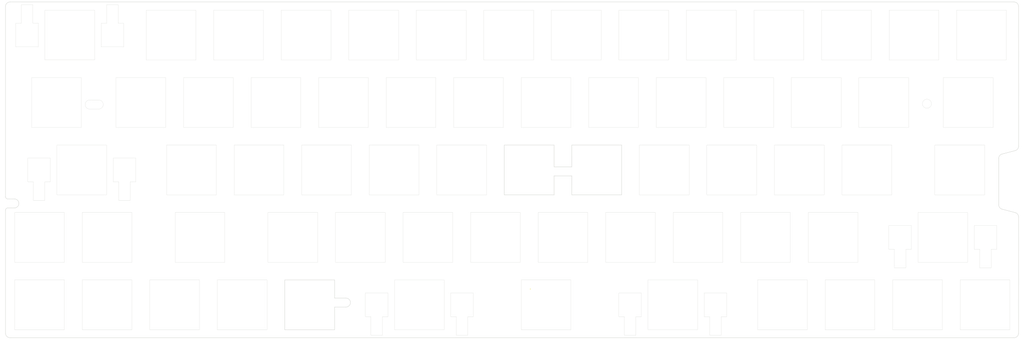
<source format=kicad_pcb>
(kicad_pcb (version 20240108) (generator "pcbnew") (generator_version "8.0")
  (title_block (title "Order66") (date "2023-12-29") (rev "1.0") (company "Toms"))
  (layers (0 "F.Cu" signal) (31 "B.Cu" signal) (34 "B.Paste" user) (35 "F.Paste" user) (36 "B.SilkS" user "B.Silkscreen") (37 "F.SilkS" user "F.Silkscreen") (38 "B.Mask" user) (39 "F.Mask" user) (44 "Edge.Cuts" user))
  (net 0 "")
  (footprint "plate:PKRH" (layer "F.Cu") (at 89.95 124.65)
    (property "Reference" "HOLE" (hide yes))
    (property "Value" "VAL**" (hide yes))
    (fp_line (start -1.27 1.27) (end 1.27 1.27) (stroke (width 0.05)) (layer "Edge.Cuts"))
    (fp_line (start 1.27 -1.27) (end -1.27 -1.27) (stroke (width 0.05)) (layer "Edge.Cuts"))
    (fp_arc (start -1.27 1.27) (mid -2.54 0) (end -1.27 -1.27) (stroke (width 0.05)) (layer "Edge.Cuts"))
    (fp_arc (start 1.27 -1.27) (mid 2.54 0) (end 1.27 1.27) (stroke (width 0.05)) (layer "Edge.Cuts"))
  )
  (footprint "plate:PKRHC" (layer "F.Cu") (at 324.23 124.4262)
    (property "Reference" "HOLE" (hide yes))
    (property "Value" "VAL**" (hide yes))
    (fp_circle (center 0 0) (end 0 -1.27) (stroke (width 0.05)) (fill none) (layer "Edge.Cuts"))
  )
  (footprint "kailh_choc:Kailh_Choc_2u_Stabilizer_Cutout" (layer "F.Cu") (at 328.705 162.0862 180)
    (property "Reference" "REF**" (hide yes))
    (property "Value" "Stabilizer 2U")
    (fp_line (start 15.175 -3.325) (end 15.175 3.325) (stroke (width 0.05)) (layer "Edge.Cuts"))
    (fp_line (start 15.175 -3.325) (end 13.625 -3.325) (stroke (width 0.05)) (layer "Edge.Cuts"))
    (fp_line (start 13.625 -8.55) (end 13.625 -3.325) (stroke (width 0.05)) (layer "Edge.Cuts"))
    (fp_line (start 10.375 -8.55) (end 13.625 -8.55) (stroke (width 0.05)) (layer "Edge.Cuts"))
    (fp_line (start 10.375 -8.55) (end 10.375 -3.325) (stroke (width 0.05)) (layer "Edge.Cuts"))
    (fp_line (start 8.825 3.325) (end 15.175 3.325) (stroke (width 0.05)) (layer "Edge.Cuts"))
    (fp_line (start 8.825 -3.325) (end 10.375 -3.325) (stroke (width 0.05)) (layer "Edge.Cuts"))
    (fp_line (start 8.825 -3.325) (end 8.825 3.325) (stroke (width 0.05)) (layer "Edge.Cuts"))
    (fp_line (start 6.985 -6.985) (end 6.985 6.985) (stroke (width 0.05)) (layer "Edge.Cuts"))
    (fp_line (start -6.985 6.985) (end 6.985 6.985) (stroke (width 0.05)) (layer "Edge.Cuts"))
    (fp_line (start -6.985 -6.985) (end 6.985 -6.985) (stroke (width 0.05)) (layer "Edge.Cuts"))
    (fp_line (start -6.985 -6.985) (end -6.985 6.985) (stroke (width 0.05)) (layer "Edge.Cuts"))
    (fp_line (start -8.825 -3.325) (end -8.825 3.325) (stroke (width 0.05)) (layer "Edge.Cuts"))
    (fp_line (start -8.825 -3.325) (end -10.375 -3.325) (stroke (width 0.05)) (layer "Edge.Cuts"))
    (fp_line (start -10.375 -8.55) (end -10.375 -3.325) (stroke (width 0.05)) (layer "Edge.Cuts"))
    (fp_line (start -13.625 -8.55) (end -10.375 -8.55) (stroke (width 0.05)) (layer "Edge.Cuts"))
    (fp_line (start -13.625 -8.55) (end -13.625 -3.325) (stroke (width 0.05)) (layer "Edge.Cuts"))
    (fp_line (start -15.175 3.325) (end -8.825 3.325) (stroke (width 0.05)) (layer "Edge.Cuts"))
    (fp_line (start -15.175 -3.325) (end -13.625 -3.325) (stroke (width 0.05)) (layer "Edge.Cuts"))
    (fp_line (start -15.175 -3.325) (end -15.175 3.325) (stroke (width 0.05)) (layer "Edge.Cuts"))
  )
  (footprint "kailh_choc:Kailh_Choc_2u_Stabilizer_Cutout" (layer "F.Cu") (at 86.455 143.0862 180)
    (property "Reference" "REF**" (hide yes))
    (property "Value" "Stabilizer 2U")
    (fp_line (start 15.175 -3.325) (end 15.175 3.325) (stroke (width 0.05)) (layer "Edge.Cuts"))
    (fp_line (start 15.175 -3.325) (end 13.625 -3.325) (stroke (width 0.05)) (layer "Edge.Cuts"))
    (fp_line (start 13.625 -8.55) (end 13.625 -3.325) (stroke (width 0.05)) (layer "Edge.Cuts"))
    (fp_line (start 10.375 -8.55) (end 13.625 -8.55) (stroke (width 0.05)) (layer "Edge.Cuts"))
    (fp_line (start 10.375 -8.55) (end 10.375 -3.325) (stroke (width 0.05)) (layer "Edge.Cuts"))
    (fp_line (start 8.825 3.325) (end 15.175 3.325) (stroke (width 0.05)) (layer "Edge.Cuts"))
    (fp_line (start 8.825 -3.325) (end 10.375 -3.325) (stroke (width 0.05)) (layer "Edge.Cuts"))
    (fp_line (start 8.825 -3.325) (end 8.825 3.325) (stroke (width 0.05)) (layer "Edge.Cuts"))
    (fp_line (start 6.985 -6.985) (end 6.985 6.985) (stroke (width 0.05)) (layer "Edge.Cuts"))
    (fp_line (start -6.985 6.985) (end 6.985 6.985) (stroke (width 0.05)) (layer "Edge.Cuts"))
    (fp_line (start -6.985 -6.985) (end 6.985 -6.985) (stroke (width 0.05)) (layer "Edge.Cuts"))
    (fp_line (start -6.985 -6.985) (end -6.985 6.985) (stroke (width 0.05)) (layer "Edge.Cuts"))
    (fp_line (start -8.825 -3.325) (end -8.825 3.325) (stroke (width 0.05)) (layer "Edge.Cuts"))
    (fp_line (start -8.825 -3.325) (end -10.375 -3.325) (stroke (width 0.05)) (layer "Edge.Cuts"))
    (fp_line (start -10.375 -8.55) (end -10.375 -3.325) (stroke (width 0.05)) (layer "Edge.Cuts"))
    (fp_line (start -13.625 -8.55) (end -10.375 -8.55) (stroke (width 0.05)) (layer "Edge.Cuts"))
    (fp_line (start -13.625 -8.55) (end -13.625 -3.325) (stroke (width 0.05)) (layer "Edge.Cuts"))
    (fp_line (start -15.175 3.325) (end -8.825 3.325) (stroke (width 0.05)) (layer "Edge.Cuts"))
    (fp_line (start -15.175 -3.325) (end -13.625 -3.325) (stroke (width 0.05)) (layer "Edge.Cuts"))
    (fp_line (start -15.175 -3.325) (end -15.175 3.325) (stroke (width 0.05)) (layer "Edge.Cuts"))
  )
  (footprint "kailh_choc:Kailh_Choc_2u_Stabilizer_Cutout" (layer "F.Cu") (at 252.73 181.0862 180)
    (property "Reference" "REF**" (hide yes))
    (property "Value" "Stabilizer 2U")
    (fp_line (start 15.175 -3.325) (end 15.175 3.325) (stroke (width 0.05)) (layer "Edge.Cuts"))
    (fp_line (start 15.175 -3.325) (end 13.625 -3.325) (stroke (width 0.05)) (layer "Edge.Cuts"))
    (fp_line (start 13.625 -8.55) (end 13.625 -3.325) (stroke (width 0.05)) (layer "Edge.Cuts"))
    (fp_line (start 10.375 -8.55) (end 13.625 -8.55) (stroke (width 0.05)) (layer "Edge.Cuts"))
    (fp_line (start 10.375 -8.55) (end 10.375 -3.325) (stroke (width 0.05)) (layer "Edge.Cuts"))
    (fp_line (start 8.825 3.325) (end 15.175 3.325) (stroke (width 0.05)) (layer "Edge.Cuts"))
    (fp_line (start 8.825 -3.325) (end 10.375 -3.325) (stroke (width 0.05)) (layer "Edge.Cuts"))
    (fp_line (start 8.825 -3.325) (end 8.825 3.325) (stroke (width 0.05)) (layer "Edge.Cuts"))
    (fp_line (start 6.985 -6.985) (end 6.985 6.985) (stroke (width 0.05)) (layer "Edge.Cuts"))
    (fp_line (start -6.985 6.985) (end 6.985 6.985) (stroke (width 0.05)) (layer "Edge.Cuts"))
    (fp_line (start -6.985 -6.985) (end 6.985 -6.985) (stroke (width 0.05)) (layer "Edge.Cuts"))
    (fp_line (start -6.985 -6.985) (end -6.985 6.985) (stroke (width 0.05)) (layer "Edge.Cuts"))
    (fp_line (start -8.825 -3.325) (end -8.825 3.325) (stroke (width 0.05)) (layer "Edge.Cuts"))
    (fp_line (start -8.825 -3.325) (end -10.375 -3.325) (stroke (width 0.05)) (layer "Edge.Cuts"))
    (fp_line (start -10.375 -8.55) (end -10.375 -3.325) (stroke (width 0.05)) (layer "Edge.Cuts"))
    (fp_line (start -13.625 -8.55) (end -10.375 -8.55) (stroke (width 0.05)) (layer "Edge.Cuts"))
    (fp_line (start -13.625 -8.55) (end -13.625 -3.325) (stroke (width 0.05)) (layer "Edge.Cuts"))
    (fp_line (start -15.175 3.325) (end -8.825 3.325) (stroke (width 0.05)) (layer "Edge.Cuts"))
    (fp_line (start -15.175 -3.325) (end -13.625 -3.325) (stroke (width 0.05)) (layer "Edge.Cuts"))
    (fp_line (start -15.175 -3.325) (end -15.175 3.325) (stroke (width 0.05)) (layer "Edge.Cuts"))
  )
  (footprint "kailh_choc:Kailh_Choc_2u_Stabilizer_Cutout" (layer "F.Cu") (at 83.08 105.0862)
    (property "Reference" "REF**" (hide yes))
    (property "Value" "Stabilizer 2U")
    (fp_line (start -15.175 -3.325) (end -15.175 3.325) (stroke (width 0.05)) (layer "Edge.Cuts"))
    (fp_line (start -15.175 -3.325) (end -13.625 -3.325) (stroke (width 0.05)) (layer "Edge.Cuts"))
    (fp_line (start -15.175 3.325) (end -8.825 3.325) (stroke (width 0.05)) (layer "Edge.Cuts"))
    (fp_line (start -13.625 -8.55) (end -13.625 -3.325) (stroke (width 0.05)) (layer "Edge.Cuts"))
    (fp_line (start -13.625 -8.55) (end -10.375 -8.55) (stroke (width 0.05)) (layer "Edge.Cuts"))
    (fp_line (start -10.375 -8.55) (end -10.375 -3.325) (stroke (width 0.05)) (layer "Edge.Cuts"))
    (fp_line (start -8.825 -3.325) (end -10.375 -3.325) (stroke (width 0.05)) (layer "Edge.Cuts"))
    (fp_line (start -8.825 -3.325) (end -8.825 3.325) (stroke (width 0.05)) (layer "Edge.Cuts"))
    (fp_line (start -6.985 -6.985) (end -6.985 6.985) (stroke (width 0.05)) (layer "Edge.Cuts"))
    (fp_line (start -6.985 -6.985) (end 6.985 -6.985) (stroke (width 0.05)) (layer "Edge.Cuts"))
    (fp_line (start -6.985 6.985) (end 6.985 6.985) (stroke (width 0.05)) (layer "Edge.Cuts"))
    (fp_line (start 6.985 -6.985) (end 6.985 6.985) (stroke (width 0.05)) (layer "Edge.Cuts"))
    (fp_line (start 8.825 -3.325) (end 8.825 3.325) (stroke (width 0.05)) (layer "Edge.Cuts"))
    (fp_line (start 8.825 -3.325) (end 10.375 -3.325) (stroke (width 0.05)) (layer "Edge.Cuts"))
    (fp_line (start 8.825 3.325) (end 15.175 3.325) (stroke (width 0.05)) (layer "Edge.Cuts"))
    (fp_line (start 10.375 -8.55) (end 10.375 -3.325) (stroke (width 0.05)) (layer "Edge.Cuts"))
    (fp_line (start 10.375 -8.55) (end 13.625 -8.55) (stroke (width 0.05)) (layer "Edge.Cuts"))
    (fp_line (start 13.625 -8.55) (end 13.625 -3.325) (stroke (width 0.05)) (layer "Edge.Cuts"))
    (fp_line (start 15.175 -3.325) (end 13.625 -3.325) (stroke (width 0.05)) (layer "Edge.Cuts"))
    (fp_line (start 15.175 -3.325) (end 15.175 3.325) (stroke (width 0.05)) (layer "Edge.Cuts"))
  )
  (footprint "kailh_choc:Kailh_Choc_2u_Stabilizer_Cutout" (layer "F.Cu") (at 181.43 181.0862 180)
    (property "Reference" "REF**" (hide yes))
    (property "Value" "Stabilizer 2U")
    (fp_line (start 15.175 -3.325) (end 15.175 3.325) (stroke (width 0.05)) (layer "Edge.Cuts"))
    (fp_line (start 15.175 -3.325) (end 13.625 -3.325) (stroke (width 0.05)) (layer "Edge.Cuts"))
    (fp_line (start 13.625 -8.55) (end 13.625 -3.325) (stroke (width 0.05)) (layer "Edge.Cuts"))
    (fp_line (start 10.375 -8.55) (end 13.625 -8.55) (stroke (width 0.05)) (layer "Edge.Cuts"))
    (fp_line (start 10.375 -8.55) (end 10.375 -3.325) (stroke (width 0.05)) (layer "Edge.Cuts"))
    (fp_line (start 8.825 3.325) (end 15.175 3.325) (stroke (width 0.05)) (layer "Edge.Cuts"))
    (fp_line (start 8.825 -3.325) (end 10.375 -3.325) (stroke (width 0.05)) (layer "Edge.Cuts"))
    (fp_line (start 8.825 -3.325) (end 8.825 3.325) (stroke (width 0.05)) (layer "Edge.Cuts"))
    (fp_line (start 6.985 -6.985) (end 6.985 6.985) (stroke (width 0.05)) (layer "Edge.Cuts"))
    (fp_line (start -6.985 6.985) (end 6.985 6.985) (stroke (width 0.05)) (layer "Edge.Cuts"))
    (fp_line (start -6.985 -6.985) (end 6.985 -6.985) (stroke (width 0.05)) (layer "Edge.Cuts"))
    (fp_line (start -6.985 -6.985) (end -6.985 6.985) (stroke (width 0.05)) (layer "Edge.Cuts"))
    (fp_line (start -8.825 -3.325) (end -8.825 3.325) (stroke (width 0.05)) (layer "Edge.Cuts"))
    (fp_line (start -8.825 -3.325) (end -10.375 -3.325) (stroke (width 0.05)) (layer "Edge.Cuts"))
    (fp_line (start -10.375 -8.55) (end -10.375 -3.325) (stroke (width 0.05)) (layer "Edge.Cuts"))
    (fp_line (start -13.625 -8.55) (end -10.375 -8.55) (stroke (width 0.05)) (layer "Edge.Cuts"))
    (fp_line (start -13.625 -8.55) (end -13.625 -3.325) (stroke (width 0.05)) (layer "Edge.Cuts"))
    (fp_line (start -15.175 3.325) (end -8.825 3.325) (stroke (width 0.05)) (layer "Edge.Cuts"))
    (fp_line (start -15.175 -3.325) (end -13.625 -3.325) (stroke (width 0.05)) (layer "Edge.Cuts"))
    (fp_line (start -15.175 -3.325) (end -15.175 3.325) (stroke (width 0.05)) (layer "Edge.Cuts"))
  )
  (footprint "plate:CherryMX_Choc_V2_1u" (layer "B.Cu") (at 339.58 105.0862)
    (property "Reference" "SW1" (hide yes))
    (property "Value" "SW_Push" (hide yes))
    (fp_line (start -7 -7) (end 7 -7) (stroke (width 0.05)) (layer "Edge.Cuts"))
    (fp_line (start -7 7) (end -7 -7) (stroke (width 0.05)) (layer "Edge.Cuts"))
    (fp_line (start 7 -7) (end 7 7) (stroke (width 0.05)) (layer "Edge.Cuts"))
    (fp_line (start 7 7) (end -7 7) (stroke (width 0.05)) (layer "Edge.Cuts"))
  )
  (footprint "plate:CherryMX_Choc_V2_1u" (layer "B.Cu") (at 320.58 105.0862 180)
    (property "Reference" "SW2" (hide yes))
    (property "Value" "SW_Push" (hide yes))
    (fp_line (start 7 7) (end -7 7) (stroke (width 0.05)) (layer "Edge.Cuts"))
    (fp_line (start 7 -7) (end 7 7) (stroke (width 0.05)) (layer "Edge.Cuts"))
    (fp_line (start -7 7) (end -7 -7) (stroke (width 0.05)) (layer "Edge.Cuts"))
    (fp_line (start -7 -7) (end 7 -7) (stroke (width 0.05)) (layer "Edge.Cuts"))
  )
  (footprint "plate:CherryMX_Choc_V2_1u" (layer "B.Cu") (at 301.58 105.0862 180)
    (property "Reference" "SW3" (hide yes))
    (property "Value" "SW_Push" (hide yes))
    (fp_line (start 7 7) (end -7 7) (stroke (width 0.05)) (layer "Edge.Cuts"))
    (fp_line (start 7 -7) (end 7 7) (stroke (width 0.05)) (layer "Edge.Cuts"))
    (fp_line (start -7 7) (end -7 -7) (stroke (width 0.05)) (layer "Edge.Cuts"))
    (fp_line (start -7 -7) (end 7 -7) (stroke (width 0.05)) (layer "Edge.Cuts"))
  )
  (footprint "plate:CherryMX_Choc_V2_1u" (layer "B.Cu") (at 282.58 105.0862 180)
    (property "Reference" "SW4" (hide yes))
    (property "Value" "SW_Push" (hide yes))
    (fp_line (start 7 7) (end -7 7) (stroke (width 0.05)) (layer "Edge.Cuts"))
    (fp_line (start 7 -7) (end 7 7) (stroke (width 0.05)) (layer "Edge.Cuts"))
    (fp_line (start -7 7) (end -7 -7) (stroke (width 0.05)) (layer "Edge.Cuts"))
    (fp_line (start -7 -7) (end 7 -7) (stroke (width 0.05)) (layer "Edge.Cuts"))
  )
  (footprint "plate:CherryMX_Choc_V2_1u" (layer "B.Cu") (at 263.58 105.0932 180)
    (property "Reference" "SW5" (hide yes))
    (property "Value" "SW_Push" (hide yes))
    (fp_line (start 7 7) (end -7 7) (stroke (width 0.05)) (layer "Edge.Cuts"))
    (fp_line (start 7 -7) (end 7 7) (stroke (width 0.05)) (layer "Edge.Cuts"))
    (fp_line (start -7 7) (end -7 -7) (stroke (width 0.05)) (layer "Edge.Cuts"))
    (fp_line (start -7 -7) (end 7 -7) (stroke (width 0.05)) (layer "Edge.Cuts"))
  )
  (footprint "plate:CherryMX_Choc_V2_1u" (layer "B.Cu") (at 244.58 105.0862 180)
    (property "Reference" "SW6" (hide yes))
    (property "Value" "SW_Push" (hide yes))
    (fp_line (start 7 7) (end -7 7) (stroke (width 0.05)) (layer "Edge.Cuts"))
    (fp_line (start 7 -7) (end 7 7) (stroke (width 0.05)) (layer "Edge.Cuts"))
    (fp_line (start -7 7) (end -7 -7) (stroke (width 0.05)) (layer "Edge.Cuts"))
    (fp_line (start -7 -7) (end 7 -7) (stroke (width 0.05)) (layer "Edge.Cuts"))
  )
  (footprint "plate:CherryMX_Choc_V2_1u" (layer "B.Cu") (at 225.58 105.0862 180)
    (property "Reference" "SW7" (hide yes))
    (property "Value" "SW_Push" (hide yes))
    (fp_line (start 7 7) (end -7 7) (stroke (width 0.05)) (layer "Edge.Cuts"))
    (fp_line (start 7 -7) (end 7 7) (stroke (width 0.05)) (layer "Edge.Cuts"))
    (fp_line (start -7 7) (end -7 -7) (stroke (width 0.05)) (layer "Edge.Cuts"))
    (fp_line (start -7 -7) (end 7 -7) (stroke (width 0.05)) (layer "Edge.Cuts"))
  )
  (footprint "plate:CherryMX_Choc_V2_1u" (layer "B.Cu") (at 206.58 105.0862 180)
    (property "Reference" "SW8" (hide yes))
    (property "Value" "SW_Push" (hide yes))
    (fp_line (start 7 7) (end -7 7) (stroke (width 0.05)) (layer "Edge.Cuts"))
    (fp_line (start 7 -7) (end 7 7) (stroke (width 0.05)) (layer "Edge.Cuts"))
    (fp_line (start -7 7) (end -7 -7) (stroke (width 0.05)) (layer "Edge.Cuts"))
    (fp_line (start -7 -7) (end 7 -7) (stroke (width 0.05)) (layer "Edge.Cuts"))
  )
  (footprint "plate:CherryMX_Choc_V2_1u" (layer "B.Cu") (at 187.58 105.0862 180)
    (property "Reference" "SW9" (hide yes))
    (property "Value" "SW_Push" (hide yes))
    (fp_line (start 7 7) (end -7 7) (stroke (width 0.05)) (layer "Edge.Cuts"))
    (fp_line (start 7 -7) (end 7 7) (stroke (width 0.05)) (layer "Edge.Cuts"))
    (fp_line (start -7 7) (end -7 -7) (stroke (width 0.05)) (layer "Edge.Cuts"))
    (fp_line (start -7 -7) (end 7 -7) (stroke (width 0.05)) (layer "Edge.Cuts"))
  )
  (footprint "plate:CherryMX_Choc_V2_1u" (layer "B.Cu") (at 168.58 105.0862 180)
    (property "Reference" "SW10" (hide yes))
    (property "Value" "SW_Push" (hide yes))
    (fp_line (start 7 7) (end -7 7) (stroke (width 0.05)) (layer "Edge.Cuts"))
    (fp_line (start 7 -7) (end 7 7) (stroke (width 0.05)) (layer "Edge.Cuts"))
    (fp_line (start -7 7) (end -7 -7) (stroke (width 0.05)) (layer "Edge.Cuts"))
    (fp_line (start -7 -7) (end 7 -7) (stroke (width 0.05)) (layer "Edge.Cuts"))
  )
  (footprint "plate:CherryMX_Choc_V2_1u" (layer "B.Cu") (at 149.58 105.0862 180)
    (property "Reference" "SW11" (hide yes))
    (property "Value" "SW_Push" (hide yes))
    (fp_line (start 7 7) (end -7 7) (stroke (width 0.05)) (layer "Edge.Cuts"))
    (fp_line (start 7 -7) (end 7 7) (stroke (width 0.05)) (layer "Edge.Cuts"))
    (fp_line (start -7 7) (end -7 -7) (stroke (width 0.05)) (layer "Edge.Cuts"))
    (fp_line (start -7 -7) (end 7 -7) (stroke (width 0.05)) (layer "Edge.Cuts"))
  )
  (footprint "plate:CherryMX_Choc_V2_1u" (layer "B.Cu") (at 130.58 105.0862 180)
    (property "Reference" "SW12" (hide yes))
    (property "Value" "SW_Push" (hide yes))
    (fp_line (start 7 7) (end -7 7) (stroke (width 0.05)) (layer "Edge.Cuts"))
    (fp_line (start 7 -7) (end 7 7) (stroke (width 0.05)) (layer "Edge.Cuts"))
    (fp_line (start -7 7) (end -7 -7) (stroke (width 0.05)) (layer "Edge.Cuts"))
    (fp_line (start -7 -7) (end 7 -7) (stroke (width 0.05)) (layer "Edge.Cuts"))
  )
  (footprint "plate:CherryMX_Choc_V2_1u" (layer "B.Cu") (at 111.58 105.0862 180)
    (property "Reference" "SW13" (hide yes))
    (property "Value" "SW_Push" (hide yes))
    (fp_line (start 7 7) (end -7 7) (stroke (width 0.05)) (layer "Edge.Cuts"))
    (fp_line (start 7 -7) (end 7 7) (stroke (width 0.05)) (layer "Edge.Cuts"))
    (fp_line (start -7 7) (end -7 -7) (stroke (width 0.05)) (layer "Edge.Cuts"))
    (fp_line (start -7 -7) (end 7 -7) (stroke (width 0.05)) (layer "Edge.Cuts"))
  )
  (footprint "plate:CherryMX_Choc_V2_1u" (layer "B.Cu") (at 335.83 124.0862 180)
    (property "Reference" "SW15" (hide yes))
    (property "Value" "SW_Push" (hide yes))
    (fp_line (start 7 7) (end -7 7) (stroke (width 0.05)) (layer "Edge.Cuts"))
    (fp_line (start 7 -7) (end 7 7) (stroke (width 0.05)) (layer "Edge.Cuts"))
    (fp_line (start -7 7) (end -7 -7) (stroke (width 0.05)) (layer "Edge.Cuts"))
    (fp_line (start -7 -7) (end 7 -7) (stroke (width 0.05)) (layer "Edge.Cuts"))
  )
  (footprint "plate:CherryMX_Choc_V2_1u" (layer "B.Cu") (at 312.08 124.0862 180)
    (property "Reference" "SW16" (hide yes))
    (property "Value" "SW_Push" (hide yes))
    (fp_line (start 7 7) (end -7 7) (stroke (width 0.05)) (layer "Edge.Cuts"))
    (fp_line (start 7 -7) (end 7 7) (stroke (width 0.05)) (layer "Edge.Cuts"))
    (fp_line (start -7 7) (end -7 -7) (stroke (width 0.05)) (layer "Edge.Cuts"))
    (fp_line (start -7 -7) (end 7 -7) (stroke (width 0.05)) (layer "Edge.Cuts"))
  )
  (footprint "plate:CherryMX_Choc_V2_1u" (layer "B.Cu") (at 293.08 124.0862 180)
    (property "Reference" "SW17" (hide yes))
    (property "Value" "SW_Push" (hide yes))
    (fp_line (start 7 7) (end -7 7) (stroke (width 0.05)) (layer "Edge.Cuts"))
    (fp_line (start 7 -7) (end 7 7) (stroke (width 0.05)) (layer "Edge.Cuts"))
    (fp_line (start -7 7) (end -7 -7) (stroke (width 0.05)) (layer "Edge.Cuts"))
    (fp_line (start -7 -7) (end 7 -7) (stroke (width 0.05)) (layer "Edge.Cuts"))
  )
  (footprint "plate:CherryMX_Choc_V2_1u" (layer "B.Cu") (at 274.08 124.0862 180)
    (property "Reference" "SW18" (hide yes))
    (property "Value" "SW_Push" (hide yes))
    (fp_line (start 7 7) (end -7 7) (stroke (width 0.05)) (layer "Edge.Cuts"))
    (fp_line (start 7 -7) (end 7 7) (stroke (width 0.05)) (layer "Edge.Cuts"))
    (fp_line (start -7 7) (end -7 -7) (stroke (width 0.05)) (layer "Edge.Cuts"))
    (fp_line (start -7 -7) (end 7 -7) (stroke (width 0.05)) (layer "Edge.Cuts"))
  )
  (footprint "plate:CherryMX_Choc_V2_1u" (layer "B.Cu") (at 255.08 124.0862 180)
    (property "Reference" "SW19" (hide yes))
    (property "Value" "SW_Push" (hide yes))
    (fp_line (start 7 7) (end -7 7) (stroke (width 0.05)) (layer "Edge.Cuts"))
    (fp_line (start 7 -7) (end 7 7) (stroke (width 0.05)) (layer "Edge.Cuts"))
    (fp_line (start -7 7) (end -7 -7) (stroke (width 0.05)) (layer "Edge.Cuts"))
    (fp_line (start -7 -7) (end 7 -7) (stroke (width 0.05)) (layer "Edge.Cuts"))
  )
  (footprint "plate:CherryMX_Choc_V2_1u" (layer "B.Cu") (at 236.08 124.0862 180)
    (property "Reference" "SW20" (hide yes))
    (property "Value" "SW_Push" (hide yes))
    (fp_line (start 7 7) (end -7 7) (stroke (width 0.05)) (layer "Edge.Cuts"))
    (fp_line (start 7 -7) (end 7 7) (stroke (width 0.05)) (layer "Edge.Cuts"))
    (fp_line (start -7 7) (end -7 -7) (stroke (width 0.05)) (layer "Edge.Cuts"))
    (fp_line (start -7 -7) (end 7 -7) (stroke (width 0.05)) (layer "Edge.Cuts"))
  )
  (footprint "plate:CherryMX_Choc_V2_1u" (layer "B.Cu") (at 217.08 124.0862 180)
    (property "Reference" "SW21" (hide yes))
    (property "Value" "SW_Push" (hide yes))
    (fp_line (start 7 7) (end -7 7) (stroke (width 0.05)) (layer "Edge.Cuts"))
    (fp_line (start 7 -7) (end 7 7) (stroke (width 0.05)) (layer "Edge.Cuts"))
    (fp_line (start -7 7) (end -7 -7) (stroke (width 0.05)) (layer "Edge.Cuts"))
    (fp_line (start -7 -7) (end 7 -7) (stroke (width 0.05)) (layer "Edge.Cuts"))
  )
  (footprint "plate:CherryMX_Choc_V2_1u" (layer "B.Cu") (at 198.08 124.0862 180)
    (property "Reference" "SW22" (hide yes))
    (property "Value" "SW_Push" (hide yes))
    (fp_line (start 7 7) (end -7 7) (stroke (width 0.05)) (layer "Edge.Cuts"))
    (fp_line (start 7 -7) (end 7 7) (stroke (width 0.05)) (layer "Edge.Cuts"))
    (fp_line (start -7 7) (end -7 -7) (stroke (width 0.05)) (layer "Edge.Cuts"))
    (fp_line (start -7 -7) (end 7 -7) (stroke (width 0.05)) (layer "Edge.Cuts"))
  )
  (footprint "plate:CherryMX_Choc_V2_1u" (layer "B.Cu") (at 179.08 124.0862 180)
    (property "Reference" "SW23" (hide yes))
    (property "Value" "SW_Push" (hide yes))
    (fp_line (start 7 7) (end -7 7) (stroke (width 0.05)) (layer "Edge.Cuts"))
    (fp_line (start 7 -7) (end 7 7) (stroke (width 0.05)) (layer "Edge.Cuts"))
    (fp_line (start -7 7) (end -7 -7) (stroke (width 0.05)) (layer "Edge.Cuts"))
    (fp_line (start -7 -7) (end 7 -7) (stroke (width 0.05)) (layer "Edge.Cuts"))
  )
  (footprint "plate:CherryMX_Choc_V2_1u" (layer "B.Cu") (at 160.08 124.0862 180)
    (property "Reference" "SW24" (hide yes))
    (property "Value" "SW_Push" (hide yes))
    (fp_line (start 7 7) (end -7 7) (stroke (width 0.05)) (layer "Edge.Cuts"))
    (fp_line (start 7 -7) (end 7 7) (stroke (width 0.05)) (layer "Edge.Cuts"))
    (fp_line (start -7 7) (end -7 -7) (stroke (width 0.05)) (layer "Edge.Cuts"))
    (fp_line (start -7 -7) (end 7 -7) (stroke (width 0.05)) (layer "Edge.Cuts"))
  )
  (footprint "plate:CherryMX_Choc_V2_1u" (layer "B.Cu") (at 141.08 124.0862 180)
    (property "Reference" "SW25" (hide yes))
    (property "Value" "SW_Push" (hide yes))
    (fp_line (start 7 7) (end -7 7) (stroke (width 0.05)) (layer "Edge.Cuts"))
    (fp_line (start 7 -7) (end 7 7) (stroke (width 0.05)) (layer "Edge.Cuts"))
    (fp_line (start -7 7) (end -7 -7) (stroke (width 0.05)) (layer "Edge.Cuts"))
    (fp_line (start -7 -7) (end 7 -7) (stroke (width 0.05)) (layer "Edge.Cuts"))
  )
  (footprint "plate:CherryMX_Choc_V2_1u" (layer "B.Cu") (at 122.08 124.0862 180)
    (property "Reference" "SW26" (hide yes))
    (property "Value" "SW_Push" (hide yes))
    (fp_line (start 7 7) (end -7 7) (stroke (width 0.05)) (layer "Edge.Cuts"))
    (fp_line (start 7 -7) (end 7 7) (stroke (width 0.05)) (layer "Edge.Cuts"))
    (fp_line (start -7 7) (end -7 -7) (stroke (width 0.05)) (layer "Edge.Cuts"))
    (fp_line (start -7 -7) (end 7 -7) (stroke (width 0.05)) (layer "Edge.Cuts"))
  )
  (footprint "plate:CherryMX_Choc_V2_1u" (layer "B.Cu") (at 103.08 124.0862 180)
    (property "Reference" "SW27" (hide yes))
    (property "Value" "SW_Push" (hide yes))
    (fp_line (start 7 7) (end -7 7) (stroke (width 0.05)) (layer "Edge.Cuts"))
    (fp_line (start 7 -7) (end 7 7) (stroke (width 0.05)) (layer "Edge.Cuts"))
    (fp_line (start -7 7) (end -7 -7) (stroke (width 0.05)) (layer "Edge.Cuts"))
    (fp_line (start -7 -7) (end 7 -7) (stroke (width 0.05)) (layer "Edge.Cuts"))
  )
  (footprint "plate:CherryMX_Choc_V2_1u" (layer "B.Cu") (at 79.33 124.0862 180)
    (property "Reference" "SW28" (hide yes))
    (property "Value" "SW_Push" (hide yes))
    (fp_line (start 7 7) (end -7 7) (stroke (width 0.05)) (layer "Edge.Cuts"))
    (fp_line (start 7 -7) (end 7 7) (stroke (width 0.05)) (layer "Edge.Cuts"))
    (fp_line (start -7 7) (end -7 -7) (stroke (width 0.05)) (layer "Edge.Cuts"))
    (fp_line (start -7 -7) (end 7 -7) (stroke (width 0.05)) (layer "Edge.Cuts"))
  )
  (footprint "plate:CherryMX_Choc_V2_1u" (layer "B.Cu") (at 333.455 143.0862 180)
    (property "Reference" "SW29" (hide yes))
    (property "Value" "SW_Push" (hide yes))
    (fp_line (start 7 7) (end -7 7) (stroke (width 0.05)) (layer "Edge.Cuts"))
    (fp_line (start 7 -7) (end 7 7) (stroke (width 0.05)) (layer "Edge.Cuts"))
    (fp_line (start -7 7) (end -7 -7) (stroke (width 0.05)) (layer "Edge.Cuts"))
    (fp_line (start -7 -7) (end 7 -7) (stroke (width 0.05)) (layer "Edge.Cuts"))
  )
  (footprint "plate:CherryMX_Choc_V2_1u" (layer "B.Cu") (at 307.33 143.0862 180)
    (property "Reference" "SW30" (hide yes))
    (property "Value" "SW_Push" (hide yes))
    (fp_line (start 7 7) (end -7 7) (stroke (width 0.05)) (layer "Edge.Cuts"))
    (fp_line (start 7 -7) (end 7 7) (stroke (width 0.05)) (layer "Edge.Cuts"))
    (fp_line (start -7 7) (end -7 -7) (stroke (width 0.05)) (layer "Edge.Cuts"))
    (fp_line (start -7 -7) (end 7 -7) (stroke (width 0.05)) (layer "Edge.Cuts"))
  )
  (footprint "plate:CherryMX_Choc_V2_1u" (layer "B.Cu") (at 288.33 143.0862 180)
    (property "Reference" "SW31" (hide yes))
    (property "Value" "SW_Push" (hide yes))
    (fp_line (start 7 7) (end -7 7) (stroke (width 0.05)) (layer "Edge.Cuts"))
    (fp_line (start 7 -7) (end 7 7) (stroke (width 0.05)) (layer "Edge.Cuts"))
    (fp_line (start -7 7) (end -7 -7) (stroke (width 0.05)) (layer "Edge.Cuts"))
    (fp_line (start -7 -7) (end 7 -7) (stroke (width 0.05)) (layer "Edge.Cuts"))
  )
  (footprint "plate:CherryMX_Choc_V2_1u" (layer "B.Cu") (at 269.33 143.0862 180)
    (property "Reference" "SW32" (hide yes))
    (property "Value" "SW_Push" (hide yes))
    (fp_line (start 7 7) (end -7 7) (stroke (width 0.05)) (layer "Edge.Cuts"))
    (fp_line (start 7 -7) (end 7 7) (stroke (width 0.05)) (layer "Edge.Cuts"))
    (fp_line (start -7 7) (end -7 -7) (stroke (width 0.05)) (layer "Edge.Cuts"))
    (fp_line (start -7 -7) (end 7 -7) (stroke (width 0.05)) (layer "Edge.Cuts"))
  )
  (footprint "plate:CherryMX_Choc_V2_1u" (layer "B.Cu") (at 250.33 143.0862 180)
    (property "Reference" "SW33" (hide yes))
    (property "Value" "SW_Push" (hide yes))
    (fp_line (start 7 7) (end -7 7) (stroke (width 0.05)) (layer "Edge.Cuts"))
    (fp_line (start 7 -7) (end 7 7) (stroke (width 0.05)) (layer "Edge.Cuts"))
    (fp_line (start -7 7) (end -7 -7) (stroke (width 0.05)) (layer "Edge.Cuts"))
    (fp_line (start -7 -7) (end 7 -7) (stroke (width 0.05)) (layer "Edge.Cuts"))
  )
  (footprint "plate:CherryMX_Choc_V2_1u" (layer "B.Cu") (at 193.33 143.0862 180)
    (property "Reference" "SW36" (hide yes))
    (property "Value" "SW_Push" (hide yes))
    (fp_line (start 7 7) (end -7 7) (stroke (width 0.05)) (layer "Edge.Cuts"))
    (fp_line (start 7 -7) (end 7 7) (stroke (width 0.05)) (layer "Edge.Cuts"))
    (fp_line (start -7 7) (end -7 -7) (stroke (width 0.05)) (layer "Edge.Cuts"))
    (fp_line (start -7 -7) (end 7 -7) (stroke (width 0.05)) (layer "Edge.Cuts"))
  )
  (footprint "plate:CherryMX_Choc_V2_1u" (layer "B.Cu") (at 174.33 143.0862 180)
    (property "Reference" "SW37" (hide yes))
    (property "Value" "SW_Push" (hide yes))
    (fp_line (start 7 7) (end -7 7) (stroke (width 0.05)) (layer "Edge.Cuts"))
    (fp_line (start 7 -7) (end 7 7) (stroke (width 0.05)) (layer "Edge.Cuts"))
    (fp_line (start -7 7) (end -7 -7) (stroke (width 0.05)) (layer "Edge.Cuts"))
    (fp_line (start -7 -7) (end 7 -7) (stroke (width 0.05)) (layer "Edge.Cuts"))
  )
  (footprint "plate:CherryMX_Choc_V2_1u" (layer "B.Cu") (at 155.33 143.0862 180)
    (property "Reference" "SW38" (hide yes))
    (property "Value" "SW_Push" (hide yes))
    (fp_line (start 7 7) (end -7 7) (stroke (width 0.05)) (layer "Edge.Cuts"))
    (fp_line (start 7 -7) (end 7 7) (stroke (width 0.05)) (layer "Edge.Cuts"))
    (fp_line (start -7 7) (end -7 -7) (stroke (width 0.05)) (layer "Edge.Cuts"))
    (fp_line (start -7 -7) (end 7 -7) (stroke (width 0.05)) (layer "Edge.Cuts"))
  )
  (footprint "plate:CherryMX_Choc_V2_1u" (layer "B.Cu") (at 136.33 143.0862 180)
    (property "Reference" "SW39" (hide yes))
    (property "Value" "SW_Push" (hide yes))
    (fp_line (start 7 7) (end -7 7) (stroke (width 0.05)) (layer "Edge.Cuts"))
    (fp_line (start 7 -7) (end 7 7) (stroke (width 0.05)) (layer "Edge.Cuts"))
    (fp_line (start -7 7) (end -7 -7) (stroke (width 0.05)) (layer "Edge.Cuts"))
    (fp_line (start -7 -7) (end 7 -7) (stroke (width 0.05)) (layer "Edge.Cuts"))
  )
  (footprint "plate:CherryMX_Choc_V2_1u" (layer "B.Cu") (at 117.33 143.0862 180)
    (property "Reference" "SW40" (hide yes))
    (property "Value" "SW_Push" (hide yes))
    (fp_line (start 7 7) (end -7 7) (stroke (width 0.05)) (layer "Edge.Cuts"))
    (fp_line (start 7 -7) (end 7 7) (stroke (width 0.05)) (layer "Edge.Cuts"))
    (fp_line (start -7 7) (end -7 -7) (stroke (width 0.05)) (layer "Edge.Cuts"))
    (fp_line (start -7 -7) (end 7 -7) (stroke (width 0.05)) (layer "Edge.Cuts"))
  )
  (footprint "plate:CherryMX_Choc_V2_1u" (layer "B.Cu") (at 297.83 162.0862 180)
    (property "Reference" "SW43" (hide yes))
    (property "Value" "SW_Push" (hide yes))
    (fp_line (start 7 7) (end -7 7) (stroke (width 0.05)) (layer "Edge.Cuts"))
    (fp_line (start 7 -7) (end 7 7) (stroke (width 0.05)) (layer "Edge.Cuts"))
    (fp_line (start -7 7) (end -7 -7) (stroke (width 0.05)) (layer "Edge.Cuts"))
    (fp_line (start -7 -7) (end 7 -7) (stroke (width 0.05)) (layer "Edge.Cuts"))
  )
  (footprint "plate:CherryMX_Choc_V2_1u" (layer "B.Cu") (at 278.83 162.0862 180)
    (property "Reference" "SW44" (hide yes))
    (property "Value" "SW_Push" (hide yes))
    (fp_line (start 7 7) (end -7 7) (stroke (width 0.05)) (layer "Edge.Cuts"))
    (fp_line (start 7 -7) (end 7 7) (stroke (width 0.05)) (layer "Edge.Cuts"))
    (fp_line (start -7 7) (end -7 -7) (stroke (width 0.05)) (layer "Edge.Cuts"))
    (fp_line (start -7 -7) (end 7 -7) (stroke (width 0.05)) (layer "Edge.Cuts"))
  )
  (footprint "plate:CherryMX_Choc_V2_1u" (layer "B.Cu") (at 259.83 162.0862 180)
    (property "Reference" "SW45" (hide yes))
    (property "Value" "SW_Push" (hide yes))
    (fp_line (start 7 7) (end -7 7) (stroke (width 0.05)) (layer "Edge.Cuts"))
    (fp_line (start 7 -7) (end 7 7) (stroke (width 0.05)) (layer "Edge.Cuts"))
    (fp_line (start -7 7) (end -7 -7) (stroke (width 0.05)) (layer "Edge.Cuts"))
    (fp_line (start -7 -7) (end 7 -7) (stroke (width 0.05)) (layer "Edge.Cuts"))
  )
  (footprint "plate:CherryMX_Choc_V2_1u" (layer "B.Cu") (at 221.83 162.0862 180)
    (property "Reference" "SW47" (hide yes))
    (property "Value" "SW_Push" (hide yes))
    (fp_line (start 7 7) (end -7 7) (stroke (width 0.05)) (layer "Edge.Cuts"))
    (fp_line (start 7 -7) (end 7 7) (stroke (width 0.05)) (layer "Edge.Cuts"))
    (fp_line (start -7 7) (end -7 -7) (stroke (width 0.05)) (layer "Edge.Cuts"))
    (fp_line (start -7 -7) (end 7 -7) (stroke (width 0.05)) (layer "Edge.Cuts"))
  )
  (footprint "plate:CherryMX_Choc_V2_1u" (layer "B.Cu") (at 202.83 162.0862 180)
    (property "Reference" "SW48" (hide yes))
    (property "Value" "SW_Push" (hide yes))
    (fp_line (start 7 7) (end -7 7) (stroke (width 0.05)) (layer "Edge.Cuts"))
    (fp_line (start 7 -7) (end 7 7) (stroke (width 0.05)) (layer "Edge.Cuts"))
    (fp_line (start -7 7) (end -7 -7) (stroke (width 0.05)) (layer "Edge.Cuts"))
    (fp_line (start -7 -7) (end 7 -7) (stroke (width 0.05)) (layer "Edge.Cuts"))
  )
  (footprint "plate:CherryMX_Choc_V2_1u" (layer "B.Cu") (at 183.83 162.0862 180)
    (property "Reference" "SW49" (hide yes))
    (property "Value" "SW_Push" (hide yes))
    (fp_line (start 7 7) (end -7 7) (stroke (width 0.05)) (layer "Edge.Cuts"))
    (fp_line (start 7 -7) (end 7 7) (stroke (width 0.05)) (layer "Edge.Cuts"))
    (fp_line (start -7 7) (end -7 -7) (stroke (width 0.05)) (layer "Edge.Cuts"))
    (fp_line (start -7 -7) (end 7 -7) (stroke (width 0.05)) (layer "Edge.Cuts"))
  )
  (footprint "plate:CherryMX_Choc_V2_1u" (layer "B.Cu") (at 164.83 162.0862 180)
    (property "Reference" "SW50" (hide yes))
    (property "Value" "SW_Push" (hide yes))
    (fp_line (start 7 7) (end -7 7) (stroke (width 0.05)) (layer "Edge.Cuts"))
    (fp_line (start 7 -7) (end 7 7) (stroke (width 0.05)) (layer "Edge.Cuts"))
    (fp_line (start -7 7) (end -7 -7) (stroke (width 0.05)) (layer "Edge.Cuts"))
    (fp_line (start -7 -7) (end 7 -7) (stroke (width 0.05)) (layer "Edge.Cuts"))
  )
  (footprint "plate:CherryMX_Choc_V2_1u" (layer "B.Cu") (at 145.83 162.0862 180)
    (property "Reference" "SW51" (hide yes))
    (property "Value" "SW_Push" (hide yes))
    (fp_line (start 7 7) (end -7 7) (stroke (width 0.05)) (layer "Edge.Cuts"))
    (fp_line (start 7 -7) (end 7 7) (stroke (width 0.05)) (layer "Edge.Cuts"))
    (fp_line (start -7 7) (end -7 -7) (stroke (width 0.05)) (layer "Edge.Cuts"))
    (fp_line (start -7 -7) (end 7 -7) (stroke (width 0.05)) (layer "Edge.Cuts"))
  )
  (footprint "plate:CherryMX_Choc_V2_1u" (layer "B.Cu") (at 119.705 162.0862 180)
    (property "Reference" "SW52" (hide yes))
    (property "Value" "SW_Push" (hide yes))
    (fp_line (start 7 7) (end -7 7) (stroke (width 0.05)) (layer "Edge.Cuts"))
    (fp_line (start 7 -7) (end 7 7) (stroke (width 0.05)) (layer "Edge.Cuts"))
    (fp_line (start -7 7) (end -7 -7) (stroke (width 0.05)) (layer "Edge.Cuts"))
    (fp_line (start -7 -7) (end 7 -7) (stroke (width 0.05)) (layer "Edge.Cuts"))
  )
  (footprint "plate:CherryMX_Choc_V2_1u" (layer "B.Cu") (at 93.58 162.0862 180)
    (property "Reference" "SW53" (hide yes))
    (property "Value" "SW_Push" (hide yes))
    (fp_line (start 7 7) (end -7 7) (stroke (width 0.05)) (layer "Edge.Cuts"))
    (fp_line (start 7 -7) (end 7 7) (stroke (width 0.05)) (layer "Edge.Cuts"))
    (fp_line (start -7 7) (end -7 -7) (stroke (width 0.05)) (layer "Edge.Cuts"))
    (fp_line (start -7 -7) (end 7 -7) (stroke (width 0.05)) (layer "Edge.Cuts"))
  )
  (footprint "plate:CherryMX_Choc_V2_1u" (layer "B.Cu") (at 74.58 162.0862 180)
    (property "Reference" "SW54" (hide yes))
    (property "Value" "SW_Push" (hide yes))
    (fp_line (start 7 7) (end -7 7) (stroke (width 0.05)) (layer "Edge.Cuts"))
    (fp_line (start 7 -7) (end 7 7) (stroke (width 0.05)) (layer "Edge.Cuts"))
    (fp_line (start -7 7) (end -7 -7) (stroke (width 0.05)) (layer "Edge.Cuts"))
    (fp_line (start -7 -7) (end 7 -7) (stroke (width 0.05)) (layer "Edge.Cuts"))
  )
  (footprint "plate:CherryMX_Choc_V2_1u" (layer "B.Cu") (at 340.58 181.0862 180)
    (property "Reference" "SW55" (hide yes))
    (property "Value" "SW_Push" (hide yes))
    (fp_line (start 7 7) (end -7 7) (stroke (width 0.05)) (layer "Edge.Cuts"))
    (fp_line (start 7 -7) (end 7 7) (stroke (width 0.05)) (layer "Edge.Cuts"))
    (fp_line (start -7 7) (end -7 -7) (stroke (width 0.05)) (layer "Edge.Cuts"))
    (fp_line (start -7 -7) (end 7 -7) (stroke (width 0.05)) (layer "Edge.Cuts"))
  )
  (footprint "plate:CherryMX_Choc_V2_1u" (layer "B.Cu") (at 321.58 181.0862 180)
    (property "Reference" "SW56" (hide yes))
    (property "Value" "SW_Push" (hide yes))
    (fp_line (start 7 7) (end -7 7) (stroke (width 0.05)) (layer "Edge.Cuts"))
    (fp_line (start 7 -7) (end 7 7) (stroke (width 0.05)) (layer "Edge.Cuts"))
    (fp_line (start -7 7) (end -7 -7) (stroke (width 0.05)) (layer "Edge.Cuts"))
    (fp_line (start -7 -7) (end 7 -7) (stroke (width 0.05)) (layer "Edge.Cuts"))
  )
  (footprint "plate:CherryMX_Choc_V2_1u" (layer "B.Cu") (at 302.58 181.0862 180)
    (property "Reference" "SW57" (hide yes))
    (property "Value" "SW_Push" (hide yes))
    (fp_line (start 7 7) (end -7 7) (stroke (width 0.05)) (layer "Edge.Cuts"))
    (fp_line (start 7 -7) (end 7 7) (stroke (width 0.05)) (layer "Edge.Cuts"))
    (fp_line (start -7 7) (end -7 -7) (stroke (width 0.05)) (layer "Edge.Cuts"))
    (fp_line (start -7 -7) (end 7 -7) (stroke (width 0.05)) (layer "Edge.Cuts"))
  )
  (footprint "plate:CherryMX_Choc_V2_1u" (layer "B.Cu") (at 283.58 181.0862 180)
    (property "Reference" "SW58" (hide yes))
    (property "Value" "SW_Push" (hide yes))
    (fp_line (start 7 7) (end -7 7) (stroke (width 0.05)) (layer "Edge.Cuts"))
    (fp_line (start 7 -7) (end 7 7) (stroke (width 0.05)) (layer "Edge.Cuts"))
    (fp_line (start -7 7) (end -7 -7) (stroke (width 0.05)) (layer "Edge.Cuts"))
    (fp_line (start -7 -7) (end 7 -7) (stroke (width 0.05)) (layer "Edge.Cuts"))
  )
  (footprint "plate:CherryMX_Choc_V2_1u" (layer "B.Cu") (at 217.08 181.0862 180)
    (property "Reference" "SW60" (hide yes))
    (property "Value" "SW_Push" (hide yes))
    (fp_line (start 7 7) (end -7 7) (stroke (width 0.05)) (layer "Edge.Cuts"))
    (fp_line (start 7 -7) (end 7 7) (stroke (width 0.05)) (layer "Edge.Cuts"))
    (fp_line (start -7 7) (end -7 -7) (stroke (width 0.05)) (layer "Edge.Cuts"))
    (fp_line (start -7 -7) (end 7 -7) (stroke (width 0.05)) (layer "Edge.Cuts"))
  )
  (footprint "plate:CherryMX_Choc_V2_1u" (layer "B.Cu") (at 131.58 181.0862 180)
    (property "Reference" "SW63" (hide yes))
    (property "Value" "SW_Push" (hide yes))
    (fp_line (start 7 7) (end -7 7) (stroke (width 0.05)) (layer "Edge.Cuts"))
    (fp_line (start 7 -7) (end 7 7) (stroke (width 0.05)) (layer "Edge.Cuts"))
    (fp_line (start -7 7) (end -7 -7) (stroke (width 0.05)) (layer "Edge.Cuts"))
    (fp_line (start -7 -7) (end 7 -7) (stroke (width 0.05)) (layer "Edge.Cuts"))
  )
  (footprint "plate:CherryMX_Choc_V2_1u" (layer "B.Cu") (at 112.58 181.0862 180)
    (property "Reference" "SW64" (hide yes))
    (property "Value" "SW_Push" (hide yes))
    (fp_line (start 7 7) (end -7 7) (stroke (width 0.05)) (layer "Edge.Cuts"))
    (fp_line (start 7 -7) (end 7 7) (stroke (width 0.05)) (layer "Edge.Cuts"))
    (fp_line (start -7 7) (end -7 -7) (stroke (width 0.05)) (layer "Edge.Cuts"))
    (fp_line (start -7 -7) (end 7 -7) (stroke (width 0.05)) (layer "Edge.Cuts"))
  )
  (footprint "plate:CherryMX_Choc_V2_1u" (layer "B.Cu") (at 93.58 181.0862 180)
    (property "Reference" "SW65" (hide yes))
    (property "Value" "SW_Push" (hide yes))
    (fp_line (start 7 7) (end -7 7) (stroke (width 0.05)) (layer "Edge.Cuts"))
    (fp_line (start 7 -7) (end 7 7) (stroke (width 0.05)) (layer "Edge.Cuts"))
    (fp_line (start -7 7) (end -7 -7) (stroke (width 0.05)) (layer "Edge.Cuts"))
    (fp_line (start -7 -7) (end 7 -7) (stroke (width 0.05)) (layer "Edge.Cuts"))
  )
  (footprint "plate:CherryMX_Choc_V2_1u" (layer "B.Cu") (at 74.58 181.0862 180)
    (property "Reference" "SW66" (hide yes))
    (property "Value" "SW_Push" (hide yes))
    (fp_line (start 7 7) (end -7 7) (stroke (width 0.05)) (layer "Edge.Cuts"))
    (fp_line (start 7 -7) (end 7 7) (stroke (width 0.05)) (layer "Edge.Cuts"))
    (fp_line (start -7 7) (end -7 -7) (stroke (width 0.05)) (layer "Edge.Cuts"))
    (fp_line (start -7 -7) (end 7 -7) (stroke (width 0.05)) (layer "Edge.Cuts"))
  )
  (footprint "plate:CherryMX_Choc_V2_1u" (layer "B.Cu") (at 240.83 162.0862 180)
    (property "Reference" "SW46" (hide yes))
    (property "Value" "SW_Push" (hide yes))
    (fp_line (start 7 7) (end -7 7) (stroke (width 0.05)) (layer "Edge.Cuts"))
    (fp_line (start 7 -7) (end 7 7) (stroke (width 0.05)) (layer "Edge.Cuts"))
    (fp_line (start -7 7) (end -7 -7) (stroke (width 0.05)) (layer "Edge.Cuts"))
    (fp_line (start -7 -7) (end 7 -7) (stroke (width 0.05)) (layer "Edge.Cuts"))
  )
  (gr_line (start 65 154.424999) (end 65 189.08) (stroke (width 0.1)) (layer "Edge.Cuts"))
  (gr_line (start 350.009087 156.329204) (end 349.999812 189.079812) (stroke (width 0.1)) (layer "Edge.Cuts"))
  (gr_line (start 157.58 188.0862) (end 157.5816 181.72) (stroke (width 0.1)) (layer "Edge.Cuts"))
  (gr_line (start 219.33 150.0862) (end 219.329 144.7462) (stroke (width 0.1)) (layer "Edge.Cuts"))
  (gr_line (start 348.729812 190.35) (end 66.27 190.35) (stroke (width 0.1)) (layer "Edge.Cuts"))
  (gr_arc (start 344.426912 139.823102) (mid 344.678001 139.065001) (end 345.33198 138.606663) (stroke (width 0.1)) (layer "Edge.Cuts"))
  (gr_line (start 205.33 136.0862) (end 205.33 150.0862) (stroke (width 0.1)) (layer "Edge.Cuts"))
  (gr_arc (start 349.999812 189.079812) (mid 349.627905 189.977963) (end 348.729812 190.35) (stroke (width 0.1)) (layer "Edge.Cuts"))
  (gr_arc (start 160.77 179.18) (mid 162.04 180.45) (end 160.77 181.72) (stroke (width 0.1)) (layer "Edge.Cuts"))
  (gr_arc (start 349.104019 155.112765) (mid 349.758 155.571101) (end 350.009087 156.329204) (stroke (width 0.1)) (layer "Edge.Cuts"))
  (gr_line (start 67.489201 151.25) (end 65.635 151.249999) (stroke (width 0.1)) (layer "Edge.Cuts"))
  (gr_line (start 219.329 142.2062) (end 219.33 136.0862) (stroke (width 0.1)) (layer "Edge.Cuts"))
  (gr_line (start 238.3318 136.0862) (end 238.3318 150.0862) (stroke (width 0.1)) (layer "Edge.Cuts"))
  (gr_arc (start 350.012 136.401898) (mid 349.760913 137.160001) (end 349.106932 137.618337) (stroke (width 0.1)) (layer "Edge.Cuts"))
  (gr_arc (start 65.635 151.249999) (mid 65.185988 151.064012) (end 65 150.614999) (stroke (width 0.1)) (layer "Edge.Cuts"))
  (gr_line (start 143.58 174.0862) (end 143.58 188.0862) (stroke (width 0.1)) (layer "Edge.Cuts"))
  (gr_arc (start 66.27 190.35) (mid 65.371974 189.978026) (end 65 189.08) (stroke (width 0.1)) (layer "Edge.Cuts"))
  (gr_line (start 143.58 188.0862) (end 157.58 188.0862) (stroke (width 0.1)) (layer "Edge.Cuts"))
  (gr_line (start 224.3328 142.2062) (end 219.329 142.2062) (stroke (width 0.1)) (layer "Edge.Cuts"))
  (gr_line (start 345.33198 138.606663) (end 349.106932 137.618337) (stroke (width 0.1)) (layer "Edge.Cuts"))
  (gr_line (start 205.33 150.0862) (end 219.33 150.0862) (stroke (width 0.1)) (layer "Edge.Cuts"))
  (gr_arc (start 348.729876 95.75) (mid 349.627961 96.12201) (end 349.999876 97.020124) (stroke (width 0.1)) (layer "Edge.Cuts"))
  (gr_line (start 67.4892 153.789998) (end 65.635 153.789999) (stroke (width 0.1)) (layer "Edge.Cuts"))
  (gr_line (start 224.3328 142.2062) (end 224.3318 136.0862) (stroke (width 0.1)) (layer "Edge.Cuts"))
  (gr_line (start 157.5816 179.18) (end 157.58 174.0862) (stroke (width 0.1)) (layer "Edge.Cuts"))
  (gr_line (start 238.3318 150.0862) (end 224.3318 150.0862) (stroke (width 0.1)) (layer "Edge.Cuts"))
  (gr_line (start 224.3328 144.7462) (end 219.329 144.7462) (stroke (width 0.1)) (layer "Edge.Cuts"))
  (gr_line (start 157.58 174.0862) (end 143.58 174.0862) (stroke (width 0.1)) (layer "Edge.Cuts"))
  (gr_line (start 224.3318 150.0862) (end 224.3328 144.7462) (stroke (width 0.1)) (layer "Edge.Cuts"))
  (gr_line (start 349.999876 97.020124) (end 350.012 136.401898) (stroke (width 0.1)) (layer "Edge.Cuts"))
  (gr_arc (start 67.489201 151.25) (mid 68.7592 152.52) (end 67.4892 153.789998) (stroke (width 0.1)) (layer "Edge.Cuts"))
  (gr_line (start 157.5816 179.18) (end 160.77 179.18) (stroke (width 0.1)) (layer "Edge.Cuts"))
  (gr_line (start 157.5816 181.72) (end 160.77 181.72) (stroke (width 0.1)) (layer "Edge.Cuts"))
  (gr_line (start 348.729876 95.75) (end 66.27 95.75) (stroke (width 0.1)) (layer "Edge.Cuts"))
  (gr_line (start 219.33 136.0862) (end 205.33 136.0862) (stroke (width 0.1)) (layer "Edge.Cuts"))
  (gr_line (start 224.3318 136.0862) (end 238.3318 136.0862) (stroke (width 0.1)) (layer "Edge.Cuts"))
  (gr_line (start 345.329067 154.124439) (end 349.104019 155.112765) (stroke (width 0.1)) (layer "Edge.Cuts"))
  (gr_arc (start 65 97.02) (mid 65.371974 96.121974) (end 66.27 95.75) (stroke (width 0.1)) (layer "Edge.Cuts"))
  (gr_line (start 344.423999 152.908) (end 344.426912 139.823102) (stroke (width 0.1)) (layer "Edge.Cuts"))
  (gr_arc (start 65 154.424999) (mid 65.185988 153.975987) (end 65.635 153.789999) (stroke (width 0.1)) (layer "Edge.Cuts"))
  (gr_line (start 65 97.02) (end 65 150.614999) (stroke (width 0.1)) (layer "Edge.Cuts"))
  (gr_arc (start 345.329067 154.124439) (mid 344.675088 153.666101) (end 344.423999 152.908) (stroke (width 0.1)) (layer "Edge.Cuts"))
  (gr_text "." (at 212.644 176.2132 0) (layer "F.SilkS") (effects (font (size 1 1))))
)
</source>
